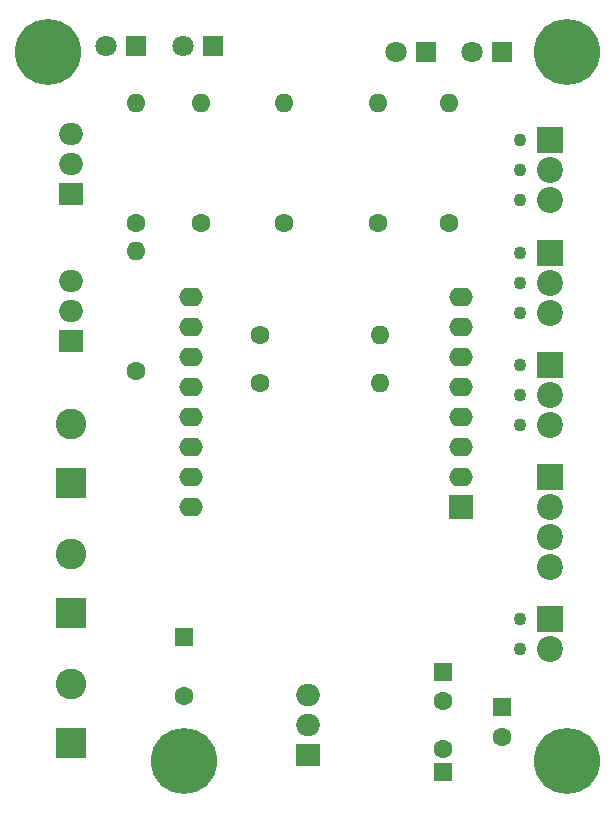
<source format=gts>
G04 #@! TF.GenerationSoftware,KiCad,Pcbnew,(5.1.4)-1*
G04 #@! TF.CreationDate,2019-09-15T10:33:09+02:00*
G04 #@! TF.ProjectId,virtual_clues,76697274-7561-46c5-9f63-6c7565732e6b,rev?*
G04 #@! TF.SameCoordinates,Original*
G04 #@! TF.FileFunction,Soldermask,Top*
G04 #@! TF.FilePolarity,Negative*
%FSLAX46Y46*%
G04 Gerber Fmt 4.6, Leading zero omitted, Abs format (unit mm)*
G04 Created by KiCad (PCBNEW (5.1.4)-1) date 2019-09-15 10:33:09*
%MOMM*%
%LPD*%
G04 APERTURE LIST*
%ADD10O,2.000000X1.600000*%
%ADD11R,2.000000X2.000000*%
%ADD12C,5.600000*%
%ADD13C,1.600000*%
%ADD14R,1.600000X1.600000*%
%ADD15R,1.800000X1.800000*%
%ADD16C,1.800000*%
%ADD17C,2.600000*%
%ADD18R,2.600000X2.600000*%
%ADD19C,1.100000*%
%ADD20C,2.200000*%
%ADD21R,2.200000X2.200000*%
%ADD22O,1.600000X1.600000*%
%ADD23R,2.000000X1.905000*%
%ADD24O,2.000000X1.905000*%
G04 APERTURE END LIST*
D10*
X111500000Y-78960000D03*
D11*
X111500000Y-81500000D03*
D10*
X111500000Y-76420000D03*
X111500000Y-73880000D03*
X111500000Y-71340000D03*
X111500000Y-68800000D03*
X111500000Y-66260000D03*
X111500000Y-63720000D03*
X88640000Y-63720000D03*
X88640000Y-66260000D03*
X88640000Y-68800000D03*
X88640000Y-71340000D03*
X88640000Y-73880000D03*
X88640000Y-76420000D03*
X88640000Y-78960000D03*
X88640000Y-81500000D03*
D12*
X88000000Y-103000000D03*
X76500000Y-43000000D03*
X120500000Y-103000000D03*
X120500000Y-43000000D03*
D13*
X88000000Y-97500000D03*
D14*
X88000000Y-92500000D03*
D13*
X115000000Y-101000000D03*
D14*
X115000000Y-98500000D03*
D13*
X110000000Y-102000000D03*
D14*
X110000000Y-104000000D03*
D13*
X110000000Y-98000000D03*
D14*
X110000000Y-95500000D03*
D15*
X84000000Y-42500000D03*
D16*
X81460000Y-42500000D03*
D17*
X78500000Y-96500000D03*
D18*
X78500000Y-101500000D03*
D16*
X87960000Y-42500000D03*
D15*
X90500000Y-42500000D03*
D18*
X78500000Y-90500000D03*
D17*
X78500000Y-85500000D03*
D19*
X116460000Y-74580000D03*
D20*
X119000000Y-74580000D03*
D19*
X116460000Y-72040000D03*
D20*
X119000000Y-72040000D03*
D19*
X116460000Y-69500000D03*
D21*
X119000000Y-69500000D03*
X119000000Y-79000000D03*
D20*
X119000000Y-81540000D03*
X119000000Y-84080000D03*
X119000000Y-86620000D03*
D21*
X119000000Y-60000000D03*
D19*
X116460000Y-60000000D03*
D20*
X119000000Y-62540000D03*
D19*
X116460000Y-62540000D03*
D20*
X119000000Y-65080000D03*
D19*
X116460000Y-65080000D03*
D13*
X89500000Y-57500000D03*
D22*
X89500000Y-47340000D03*
X104500000Y-47340000D03*
D13*
X104500000Y-57500000D03*
D22*
X96500000Y-47340000D03*
D13*
X96500000Y-57500000D03*
D21*
X119000000Y-91000000D03*
D19*
X116460000Y-91000000D03*
D20*
X119000000Y-93540000D03*
D19*
X116460000Y-93540000D03*
D23*
X78500000Y-55000000D03*
D24*
X78500000Y-52460000D03*
X78500000Y-49920000D03*
D13*
X94500000Y-67000000D03*
D22*
X104660000Y-67000000D03*
D24*
X98500000Y-97420000D03*
X98500000Y-99960000D03*
D23*
X98500000Y-102500000D03*
D15*
X108500000Y-43000000D03*
D16*
X105960000Y-43000000D03*
D13*
X84000000Y-57500000D03*
D22*
X84000000Y-47340000D03*
D13*
X94500000Y-71000000D03*
D22*
X104660000Y-71000000D03*
D21*
X119000000Y-50500000D03*
D19*
X116460000Y-50500000D03*
D20*
X119000000Y-53040000D03*
D19*
X116460000Y-53040000D03*
D20*
X119000000Y-55580000D03*
D19*
X116460000Y-55580000D03*
D13*
X84000000Y-70000000D03*
D22*
X84000000Y-59840000D03*
D18*
X78500000Y-79500000D03*
D17*
X78500000Y-74500000D03*
D22*
X110500000Y-47340000D03*
D13*
X110500000Y-57500000D03*
D23*
X78500000Y-67500000D03*
D24*
X78500000Y-64960000D03*
X78500000Y-62420000D03*
D15*
X115000000Y-43000000D03*
D16*
X112460000Y-43000000D03*
M02*

</source>
